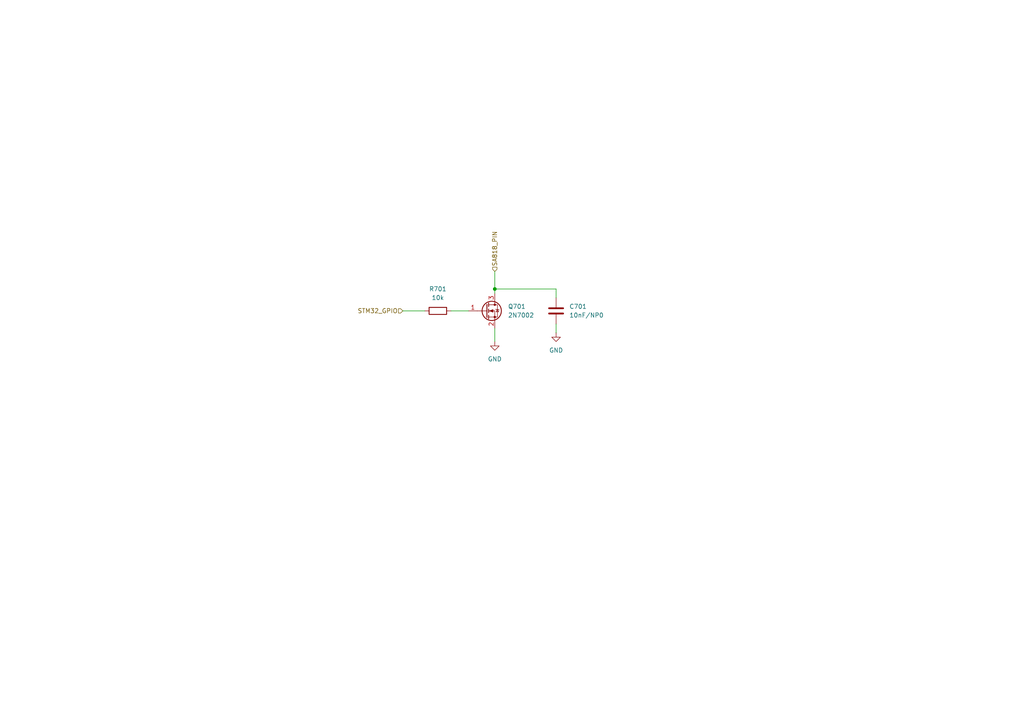
<source format=kicad_sch>
(kicad_sch (version 20250114) (generator "eeschema") (generator_version "9.0")
  (paper "A4")
  (title_block (title "Pin Driver for the SA818") (rev "<<HASH>>") (company "Amateurfunkclub für Remote Stationen"))
  (lib_symbols
    (symbol "Device:C" (pin_numbers (hide yes)) (pin_names (offset 0.254))
      (property "Reference" "C" (at 0.635 2.54 0))
      (property "Value" "C" (at 0.635 -2.54 0))
      (symbol "C_0_1"
        (polyline (pts (xy -2.032 0.762) (xy 2.032 0.762)) (stroke (width 0.508)))
        (polyline (pts (xy -2.032 -0.762) (xy 2.032 -0.762)) (stroke (width 0.508)))
      )
      (symbol "C_1_1"
        (pin passive line (at 0 3.81 270) (length 2.794) (name "~") (number "1"))
        (pin passive line (at 0 -3.81 90) (length 2.794) (name "~") (number "2"))
      )
    )
    (symbol "Device:R" (pin_numbers (hide yes)) (pin_names (offset 0))
      (property "Reference" "R" (at 2.032 0 90))
      (property "Value" "R" (at 0 0 90))
      (symbol "R_0_1"
        (rectangle (start -1.016 -2.54) (end 1.016 2.54) (stroke (width 0.254)))
      )
      (symbol "R_1_1"
        (pin passive line (at 0 3.81 270) (length 1.27) (name "~") (number "1"))
        (pin passive line (at 0 -3.81 90) (length 1.27) (name "~") (number "2"))
      )
    )
    (symbol "Transistor_FET:2N7002" (pin_names (hide yes))
      (property "Reference" "Q" (at 5.08 1.905 0))
      (property "Value" "2N7002" (at 5.08 0 0))
      (symbol "2N7002_0_1"
        (polyline (pts (xy 0.254 1.905) (xy 0.254 -1.905)) (stroke (width 0.254)))
        (polyline (pts (xy 0.254 0) (xy -2.54 0)))
        (polyline (pts (xy 0.762 2.286) (xy 0.762 1.27)) (stroke (width 0.254)))
        (polyline (pts (xy 0.762 0.508) (xy 0.762 -0.508)) (stroke (width 0.254)))
        (polyline (pts (xy 0.762 -1.27) (xy 0.762 -2.286)) (stroke (width 0.254)))
        (polyline (pts (xy 0.762 -1.778) (xy 3.302 -1.778) (xy 3.302 1.778) (xy 0.762 1.778)))
        (polyline (pts (xy 1.016 0) (xy 2.032 0.381) (xy 2.032 -0.381) (xy 1.016 0)) (fill (type outline)))
        (circle (center 1.651 0) (radius 2.794) (stroke (width 0.254)))
        (polyline (pts (xy 2.54 2.54) (xy 2.54 1.778)))
        (circle (center 2.54 1.778) (radius 0.254) (fill (type outline)))
        (circle (center 2.54 -1.778) (radius 0.254) (fill (type outline)))
        (polyline (pts (xy 2.54 -2.54) (xy 2.54 0) (xy 0.762 0)))
        (polyline (pts (xy 2.794 0.508) (xy 2.921 0.381) (xy 3.683 0.381) (xy 3.81 0.254)))
        (polyline (pts (xy 3.302 0.381) (xy 2.921 -0.254) (xy 3.683 -0.254) (xy 3.302 0.381)))
      )
      (symbol "2N7002_1_1"
        (pin input line (at -5.08 0 0) (length 2.54) (name "G") (number "1"))
        (pin passive line (at 2.54 5.08 270) (length 2.54) (name "D") (number "3"))
        (pin passive line (at 2.54 -5.08 90) (length 2.54) (name "S") (number "2"))
      )
    )
    (symbol "power:GND" (power) (pin_numbers (hide yes)) (pin_names (offset 0) (hide yes))
      (property "Value" "GND" (at 0 -3.81 0))
      (symbol "GND_0_1"
        (polyline (pts (xy 0 0) (xy 0 -1.27) (xy 1.27 -1.27) (xy 0 -2.54) (xy -1.27 -1.27) (xy 0 -1.27)))
      )
      (symbol "GND_1_1"
        (pin power_in line (at 0 0 270) (length 0) (name "~") (number "1"))
      )
    )
  )
  (junction (at 143.51 83.82))
  (wire (pts (xy 161.29 93.98) (xy 161.29 96.52)))
  (wire (pts (xy 161.29 86.36) (xy 161.29 83.82)))
  (wire (pts (xy 143.51 83.82) (xy 143.51 85.09)))
  (wire (pts (xy 130.81 90.17) (xy 135.89 90.17)))
  (wire (pts (xy 116.84 90.17) (xy 123.19 90.17)))
  (wire (pts (xy 143.51 78.74) (xy 143.51 83.82)))
  (wire (pts (xy 143.51 95.25) (xy 143.51 99.06)))
  (wire (pts (xy 143.51 83.82) (xy 161.29 83.82)))
  (hierarchical_label "SA818_PIN" (shape input) (at 143.51 78.74 90))
  (hierarchical_label "STM32_GPIO" (shape input) (at 116.84 90.17 180))
  (symbol (lib_id "power:GND") (at 161.29 96.52 0) (unit 1)
    (property "Reference" "#PWR0502" (effects (hide yes)))
    (property "Value" "GND" (at 161.29 101.6 0))
    (property "Description" "Power symbol creates a global label with name \"GND\" , ground" (effects (hide yes)))
    (instances (project "fm" (path "" (reference "#PWR0604") (unit 1)) (path "" (reference "#PWR0502") (unit 1)) (path "" (reference "#PWR0602") (unit 1))))
  )
  (symbol (lib_id "Device:R") (at 127 90.17 90) (unit 1)
    (property "Reference" "R501" (at 127 83.82 90))
    (property "Value" "10k" (at 127 86.36 90))
    (property "Footprint" "Resistor_SMD:R_0805_2012Metric" (effects (hide yes)))
    (property "Description" "Resistor" (effects (hide yes)))
    (property "MOUSER" "603-RT0805DRE0710KL" (effects (hide yes)))
    (instances (project "fm" (path "" (reference "R701") (unit 1)) (path "" (reference "R501") (unit 1)) (path "" (reference "R601") (unit 1))))
  )
  (symbol (lib_id "power:GND") (at 143.51 99.06 0) (unit 1)
    (property "Reference" "#PWR0501" (effects (hide yes)))
    (property "Value" "GND" (at 143.51 104.14 0))
    (property "Description" "Power symbol creates a global label with name \"GND\" , ground" (effects (hide yes)))
    (instances (project "fm" (path "" (reference "#PWR0603") (unit 1)) (path "" (reference "#PWR0501") (unit 1)) (path "" (reference "#PWR0601") (unit 1))))
  )
  (symbol (lib_id "Device:C") (at 161.29 90.17 180) (unit 1)
    (property "Reference" "C501" (at 165.1 88.8999 0) (effects (justify right)))
    (property "Value" "10nF/NP0" (at 165.1 91.4399 0) (effects (justify right)))
    (property "Footprint" "Capacitor_SMD:C_0805_2012Metric" (effects (hide yes)))
    (property "Description" "Unpolarized capacitor" (effects (hide yes)))
    (property "MOUSER" "81-GRM2165C2A103JA1D" (effects (hide yes)))
    (instances (project "fm" (path "" (reference "C701") (unit 1)) (path "" (reference "C501") (unit 1)) (path "" (reference "C601") (unit 1))))
  )
  (symbol (lib_id "Transistor_FET:2N7002") (at 140.97 90.17 0) (unit 1)
    (property "Reference" "Q501" (at 147.32 88.8999 0) (effects (justify left)))
    (property "Value" "2N7002" (at 147.32 91.4399 0) (effects (justify left)))
    (property "Footprint" "Package_TO_SOT_SMD:SOT-23" (effects (hide yes)))
    (property "Datasheet" "https://www.onsemi.com/pub/Collateral/NDS7002A-D.PDF" (effects (hide yes)))
    (property "Description" "0.115A Id, 60V Vds, N-Channel MOSFET, SOT-23" (effects (hide yes)))
    (property "MOUSER" "637-2N7002" (effects (hide yes)))
    (instances (project "fm" (path "" (reference "Q701") (unit 1)) (path "" (reference "Q501") (unit 1)) (path "" (reference "Q601") (unit 1))))
  )
)
</source>
